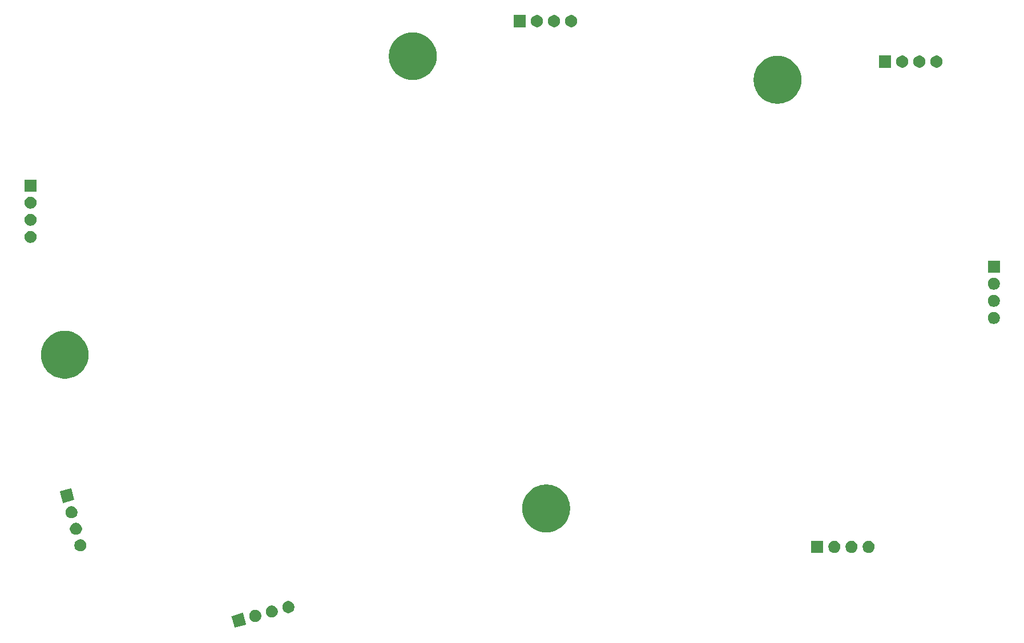
<source format=gbr>
G04 #@! TF.GenerationSoftware,KiCad,Pcbnew,9.0.2*
G04 #@! TF.CreationDate,2025-12-10T21:35:08-05:00*
G04 #@! TF.ProjectId,ThumbsUp,5468756d-6273-4557-902e-6b696361645f,rev?*
G04 #@! TF.SameCoordinates,Original*
G04 #@! TF.FileFunction,Soldermask,Bot*
G04 #@! TF.FilePolarity,Negative*
%FSLAX46Y46*%
G04 Gerber Fmt 4.6, Leading zero omitted, Abs format (unit mm)*
G04 Created by KiCad (PCBNEW 9.0.2) date 2025-12-10 21:35:08*
%MOMM*%
%LPD*%
G01*
G04 APERTURE LIST*
G04 APERTURE END LIST*
G36*
X60987937Y-213329601D02*
G01*
X61002899Y-213342721D01*
X61011700Y-213360568D01*
X61451692Y-215002642D01*
X61452994Y-215022499D01*
X61446597Y-215041341D01*
X61433477Y-215056303D01*
X61415630Y-215065104D01*
X59773556Y-215505096D01*
X59753699Y-215506398D01*
X59734857Y-215500001D01*
X59719895Y-215486881D01*
X59711094Y-215469034D01*
X59366269Y-214182129D01*
X59274287Y-213838848D01*
X59274286Y-213838846D01*
X59271102Y-213826960D01*
X59269800Y-213807103D01*
X59276197Y-213788261D01*
X59289317Y-213773299D01*
X59307164Y-213764498D01*
X60309754Y-213495855D01*
X60937349Y-213327691D01*
X60937352Y-213327690D01*
X60949238Y-213324506D01*
X60969095Y-213323204D01*
X60987937Y-213329601D01*
G37*
G36*
X63076395Y-212895198D02*
G01*
X63239577Y-212962790D01*
X63386437Y-213060919D01*
X63511331Y-213185813D01*
X63609460Y-213332673D01*
X63677052Y-213495855D01*
X63711510Y-213669088D01*
X63711510Y-213845714D01*
X63677052Y-214018947D01*
X63609460Y-214182129D01*
X63511331Y-214328989D01*
X63386437Y-214453883D01*
X63239577Y-214552012D01*
X63076395Y-214619604D01*
X62903162Y-214654062D01*
X62726536Y-214654062D01*
X62553303Y-214619604D01*
X62390121Y-214552012D01*
X62243261Y-214453883D01*
X62118367Y-214328989D01*
X62020238Y-214182129D01*
X61952646Y-214018947D01*
X61918188Y-213845714D01*
X61918188Y-213669088D01*
X61952646Y-213495855D01*
X62020238Y-213332673D01*
X62118367Y-213185813D01*
X62243261Y-213060919D01*
X62390121Y-212962790D01*
X62553303Y-212895198D01*
X62726536Y-212860740D01*
X62903162Y-212860740D01*
X63076395Y-212895198D01*
G37*
G36*
X65529846Y-212237797D02*
G01*
X65693028Y-212305389D01*
X65839888Y-212403518D01*
X65964782Y-212528412D01*
X66062911Y-212675272D01*
X66130503Y-212838454D01*
X66164961Y-213011687D01*
X66164961Y-213188313D01*
X66130503Y-213361546D01*
X66062911Y-213524728D01*
X65964782Y-213671588D01*
X65839888Y-213796482D01*
X65693028Y-213894611D01*
X65529846Y-213962203D01*
X65356613Y-213996661D01*
X65179987Y-213996661D01*
X65006754Y-213962203D01*
X64843572Y-213894611D01*
X64696712Y-213796482D01*
X64571818Y-213671588D01*
X64473689Y-213524728D01*
X64406097Y-213361546D01*
X64371639Y-213188313D01*
X64371639Y-213011687D01*
X64406097Y-212838454D01*
X64473689Y-212675272D01*
X64571818Y-212528412D01*
X64696712Y-212403518D01*
X64843572Y-212305389D01*
X65006754Y-212237797D01*
X65179987Y-212203339D01*
X65356613Y-212203339D01*
X65529846Y-212237797D01*
G37*
G36*
X67983298Y-211580397D02*
G01*
X68146480Y-211647989D01*
X68293340Y-211746118D01*
X68418234Y-211871012D01*
X68516363Y-212017872D01*
X68583955Y-212181054D01*
X68618413Y-212354287D01*
X68618413Y-212530913D01*
X68583955Y-212704146D01*
X68516363Y-212867328D01*
X68418234Y-213014188D01*
X68293340Y-213139082D01*
X68146480Y-213237211D01*
X67983298Y-213304803D01*
X67810065Y-213339261D01*
X67633439Y-213339261D01*
X67460206Y-213304803D01*
X67297024Y-213237211D01*
X67150164Y-213139082D01*
X67025270Y-213014188D01*
X66927141Y-212867328D01*
X66859549Y-212704146D01*
X66825091Y-212530913D01*
X66825091Y-212354287D01*
X66859549Y-212181054D01*
X66927141Y-212017872D01*
X67025270Y-211871012D01*
X67150164Y-211746118D01*
X67297024Y-211647989D01*
X67460206Y-211580397D01*
X67633439Y-211545939D01*
X67810065Y-211545939D01*
X67983298Y-211580397D01*
G37*
G36*
X147037817Y-202602882D02*
G01*
X147054362Y-202613938D01*
X147065418Y-202630483D01*
X147069300Y-202650000D01*
X147069300Y-204350000D01*
X147065418Y-204369517D01*
X147054362Y-204386062D01*
X147037817Y-204397118D01*
X147018300Y-204401000D01*
X145318300Y-204401000D01*
X145298783Y-204397118D01*
X145282238Y-204386062D01*
X145271182Y-204369517D01*
X145267300Y-204350000D01*
X145267300Y-202650000D01*
X145271182Y-202630483D01*
X145282238Y-202613938D01*
X145298783Y-202602882D01*
X145318300Y-202599000D01*
X147018300Y-202599000D01*
X147037817Y-202602882D01*
G37*
G36*
X148969846Y-202637797D02*
G01*
X149133028Y-202705389D01*
X149279888Y-202803518D01*
X149404782Y-202928412D01*
X149502911Y-203075272D01*
X149570503Y-203238454D01*
X149604961Y-203411687D01*
X149604961Y-203588313D01*
X149570503Y-203761546D01*
X149502911Y-203924728D01*
X149404782Y-204071588D01*
X149279888Y-204196482D01*
X149133028Y-204294611D01*
X148969846Y-204362203D01*
X148796613Y-204396661D01*
X148619987Y-204396661D01*
X148446754Y-204362203D01*
X148283572Y-204294611D01*
X148136712Y-204196482D01*
X148011818Y-204071588D01*
X147913689Y-203924728D01*
X147846097Y-203761546D01*
X147811639Y-203588313D01*
X147811639Y-203411687D01*
X147846097Y-203238454D01*
X147913689Y-203075272D01*
X148011818Y-202928412D01*
X148136712Y-202803518D01*
X148283572Y-202705389D01*
X148446754Y-202637797D01*
X148619987Y-202603339D01*
X148796613Y-202603339D01*
X148969846Y-202637797D01*
G37*
G36*
X151509846Y-202637797D02*
G01*
X151673028Y-202705389D01*
X151819888Y-202803518D01*
X151944782Y-202928412D01*
X152042911Y-203075272D01*
X152110503Y-203238454D01*
X152144961Y-203411687D01*
X152144961Y-203588313D01*
X152110503Y-203761546D01*
X152042911Y-203924728D01*
X151944782Y-204071588D01*
X151819888Y-204196482D01*
X151673028Y-204294611D01*
X151509846Y-204362203D01*
X151336613Y-204396661D01*
X151159987Y-204396661D01*
X150986754Y-204362203D01*
X150823572Y-204294611D01*
X150676712Y-204196482D01*
X150551818Y-204071588D01*
X150453689Y-203924728D01*
X150386097Y-203761546D01*
X150351639Y-203588313D01*
X150351639Y-203411687D01*
X150386097Y-203238454D01*
X150453689Y-203075272D01*
X150551818Y-202928412D01*
X150676712Y-202803518D01*
X150823572Y-202705389D01*
X150986754Y-202637797D01*
X151159987Y-202603339D01*
X151336613Y-202603339D01*
X151509846Y-202637797D01*
G37*
G36*
X154049846Y-202637797D02*
G01*
X154213028Y-202705389D01*
X154359888Y-202803518D01*
X154484782Y-202928412D01*
X154582911Y-203075272D01*
X154650503Y-203238454D01*
X154684961Y-203411687D01*
X154684961Y-203588313D01*
X154650503Y-203761546D01*
X154582911Y-203924728D01*
X154484782Y-204071588D01*
X154359888Y-204196482D01*
X154213028Y-204294611D01*
X154049846Y-204362203D01*
X153876613Y-204396661D01*
X153699987Y-204396661D01*
X153526754Y-204362203D01*
X153363572Y-204294611D01*
X153216712Y-204196482D01*
X153091818Y-204071588D01*
X152993689Y-203924728D01*
X152926097Y-203761546D01*
X152891639Y-203588313D01*
X152891639Y-203411687D01*
X152926097Y-203238454D01*
X152993689Y-203075272D01*
X153091818Y-202928412D01*
X153216712Y-202803518D01*
X153363572Y-202705389D01*
X153526754Y-202637797D01*
X153699987Y-202603339D01*
X153876613Y-202603339D01*
X154049846Y-202637797D01*
G37*
G36*
X37124670Y-202418478D02*
G01*
X37287852Y-202486070D01*
X37434712Y-202584199D01*
X37559606Y-202709093D01*
X37657735Y-202855953D01*
X37725327Y-203019135D01*
X37759785Y-203192368D01*
X37759785Y-203368994D01*
X37725327Y-203542227D01*
X37657735Y-203705409D01*
X37559606Y-203852269D01*
X37434712Y-203977163D01*
X37287852Y-204075292D01*
X37124670Y-204142884D01*
X36951437Y-204177342D01*
X36774811Y-204177342D01*
X36601578Y-204142884D01*
X36438396Y-204075292D01*
X36291536Y-203977163D01*
X36166642Y-203852269D01*
X36068513Y-203705409D01*
X36000921Y-203542227D01*
X35966463Y-203368994D01*
X35966463Y-203192368D01*
X36000921Y-203019135D01*
X36068513Y-202855953D01*
X36166642Y-202709093D01*
X36291536Y-202584199D01*
X36438396Y-202486070D01*
X36601578Y-202418478D01*
X36774811Y-202384020D01*
X36951437Y-202384020D01*
X37124670Y-202418478D01*
G37*
G36*
X36467270Y-199965026D02*
G01*
X36630452Y-200032618D01*
X36777312Y-200130747D01*
X36902206Y-200255641D01*
X37000335Y-200402501D01*
X37067927Y-200565683D01*
X37102385Y-200738916D01*
X37102385Y-200915542D01*
X37067927Y-201088775D01*
X37000335Y-201251957D01*
X36902206Y-201398817D01*
X36777312Y-201523711D01*
X36630452Y-201621840D01*
X36467270Y-201689432D01*
X36294037Y-201723890D01*
X36117411Y-201723890D01*
X35944178Y-201689432D01*
X35780996Y-201621840D01*
X35634136Y-201523711D01*
X35509242Y-201398817D01*
X35411113Y-201251957D01*
X35343521Y-201088775D01*
X35309063Y-200915542D01*
X35309063Y-200738916D01*
X35343521Y-200565683D01*
X35411113Y-200402501D01*
X35509242Y-200255641D01*
X35634136Y-200130747D01*
X35780996Y-200032618D01*
X35944178Y-199965026D01*
X36117411Y-199930568D01*
X36294037Y-199930568D01*
X36467270Y-199965026D01*
G37*
G36*
X106489340Y-194287434D02*
G01*
X106831123Y-194355419D01*
X107164596Y-194456577D01*
X107486548Y-194589934D01*
X107793879Y-194754206D01*
X108083628Y-194947810D01*
X108353006Y-195168883D01*
X108599417Y-195415294D01*
X108820490Y-195684672D01*
X109014094Y-195974421D01*
X109178366Y-196281752D01*
X109311723Y-196603704D01*
X109412881Y-196937177D01*
X109480866Y-197278960D01*
X109515023Y-197625761D01*
X109515023Y-197974239D01*
X109480866Y-198321040D01*
X109412881Y-198662823D01*
X109311723Y-198996296D01*
X109178366Y-199318248D01*
X109014094Y-199625579D01*
X108820490Y-199915328D01*
X108599417Y-200184706D01*
X108353006Y-200431117D01*
X108083628Y-200652190D01*
X107793879Y-200845794D01*
X107486548Y-201010066D01*
X107164596Y-201143423D01*
X106831123Y-201244581D01*
X106489340Y-201312566D01*
X106142539Y-201346723D01*
X105794061Y-201346723D01*
X105447260Y-201312566D01*
X105105477Y-201244581D01*
X104772004Y-201143423D01*
X104450052Y-201010066D01*
X104142721Y-200845794D01*
X103852972Y-200652190D01*
X103583594Y-200431117D01*
X103337183Y-200184706D01*
X103116110Y-199915328D01*
X102922506Y-199625579D01*
X102758234Y-199318248D01*
X102624877Y-198996296D01*
X102523719Y-198662823D01*
X102455734Y-198321040D01*
X102421577Y-197974239D01*
X102421577Y-197625761D01*
X102455734Y-197278960D01*
X102523719Y-196937177D01*
X102624877Y-196603704D01*
X102758234Y-196281752D01*
X102922506Y-195974421D01*
X103116110Y-195684672D01*
X103337183Y-195415294D01*
X103583594Y-195168883D01*
X103852972Y-194947810D01*
X104142721Y-194754206D01*
X104450052Y-194589934D01*
X104772004Y-194456577D01*
X105105477Y-194355419D01*
X105447260Y-194287434D01*
X105794061Y-194253277D01*
X106142539Y-194253277D01*
X106489340Y-194287434D01*
G37*
G36*
X35809869Y-197511575D02*
G01*
X35973051Y-197579167D01*
X36119911Y-197677296D01*
X36244805Y-197802190D01*
X36342934Y-197949050D01*
X36410526Y-198112232D01*
X36444984Y-198285465D01*
X36444984Y-198462091D01*
X36410526Y-198635324D01*
X36342934Y-198798506D01*
X36244805Y-198945366D01*
X36119911Y-199070260D01*
X35973051Y-199168389D01*
X35809869Y-199235981D01*
X35636636Y-199270439D01*
X35460010Y-199270439D01*
X35286777Y-199235981D01*
X35123595Y-199168389D01*
X34976735Y-199070260D01*
X34851841Y-198945366D01*
X34753712Y-198798506D01*
X34686120Y-198635324D01*
X34651662Y-198462091D01*
X34651662Y-198285465D01*
X34686120Y-198112232D01*
X34753712Y-197949050D01*
X34851841Y-197802190D01*
X34976735Y-197677296D01*
X35123595Y-197579167D01*
X35286777Y-197511575D01*
X35460010Y-197477117D01*
X35636636Y-197477117D01*
X35809869Y-197511575D01*
G37*
G36*
X35517463Y-194835126D02*
G01*
X35532425Y-194848246D01*
X35541226Y-194866093D01*
X35981218Y-196508167D01*
X35982520Y-196528024D01*
X35976123Y-196546866D01*
X35963003Y-196561828D01*
X35945156Y-196570629D01*
X34303082Y-197010621D01*
X34283225Y-197011923D01*
X34264383Y-197005526D01*
X34249421Y-196992406D01*
X34240620Y-196974559D01*
X33894996Y-195684672D01*
X33803813Y-195344373D01*
X33803812Y-195344371D01*
X33800628Y-195332485D01*
X33799326Y-195312628D01*
X33805723Y-195293786D01*
X33818843Y-195278824D01*
X33836690Y-195270023D01*
X34796884Y-195012739D01*
X35466875Y-194833216D01*
X35466878Y-194833215D01*
X35478764Y-194830031D01*
X35498621Y-194828729D01*
X35517463Y-194835126D01*
G37*
G36*
X35072910Y-171487434D02*
G01*
X35414693Y-171555419D01*
X35748166Y-171656577D01*
X36070118Y-171789934D01*
X36377449Y-171954206D01*
X36667198Y-172147810D01*
X36936576Y-172368883D01*
X37182987Y-172615294D01*
X37404060Y-172884672D01*
X37597664Y-173174421D01*
X37761936Y-173481752D01*
X37895293Y-173803704D01*
X37996451Y-174137177D01*
X38064436Y-174478960D01*
X38098593Y-174825761D01*
X38098593Y-175174239D01*
X38064436Y-175521040D01*
X37996451Y-175862823D01*
X37895293Y-176196296D01*
X37761936Y-176518248D01*
X37597664Y-176825579D01*
X37404060Y-177115328D01*
X37182987Y-177384706D01*
X36936576Y-177631117D01*
X36667198Y-177852190D01*
X36377449Y-178045794D01*
X36070118Y-178210066D01*
X35748166Y-178343423D01*
X35414693Y-178444581D01*
X35072910Y-178512566D01*
X34726109Y-178546723D01*
X34377631Y-178546723D01*
X34030830Y-178512566D01*
X33689047Y-178444581D01*
X33355574Y-178343423D01*
X33033622Y-178210066D01*
X32726291Y-178045794D01*
X32436542Y-177852190D01*
X32167164Y-177631117D01*
X31920753Y-177384706D01*
X31699680Y-177115328D01*
X31506076Y-176825579D01*
X31341804Y-176518248D01*
X31208447Y-176196296D01*
X31107289Y-175862823D01*
X31039304Y-175521040D01*
X31005147Y-175174239D01*
X31005147Y-174825761D01*
X31039304Y-174478960D01*
X31107289Y-174137177D01*
X31208447Y-173803704D01*
X31341804Y-173481752D01*
X31506076Y-173174421D01*
X31699680Y-172884672D01*
X31920753Y-172615294D01*
X32167164Y-172368883D01*
X32436542Y-172147810D01*
X32726291Y-171954206D01*
X33033622Y-171789934D01*
X33355574Y-171656577D01*
X33689047Y-171555419D01*
X34030830Y-171487434D01*
X34377631Y-171453277D01*
X34726109Y-171453277D01*
X35072910Y-171487434D01*
G37*
G36*
X172629846Y-168677797D02*
G01*
X172793028Y-168745389D01*
X172939888Y-168843518D01*
X173064782Y-168968412D01*
X173162911Y-169115272D01*
X173230503Y-169278454D01*
X173264961Y-169451687D01*
X173264961Y-169628313D01*
X173230503Y-169801546D01*
X173162911Y-169964728D01*
X173064782Y-170111588D01*
X172939888Y-170236482D01*
X172793028Y-170334611D01*
X172629846Y-170402203D01*
X172456613Y-170436661D01*
X172279987Y-170436661D01*
X172106754Y-170402203D01*
X171943572Y-170334611D01*
X171796712Y-170236482D01*
X171671818Y-170111588D01*
X171573689Y-169964728D01*
X171506097Y-169801546D01*
X171471639Y-169628313D01*
X171471639Y-169451687D01*
X171506097Y-169278454D01*
X171573689Y-169115272D01*
X171671818Y-168968412D01*
X171796712Y-168843518D01*
X171943572Y-168745389D01*
X172106754Y-168677797D01*
X172279987Y-168643339D01*
X172456613Y-168643339D01*
X172629846Y-168677797D01*
G37*
G36*
X172629846Y-166137797D02*
G01*
X172793028Y-166205389D01*
X172939888Y-166303518D01*
X173064782Y-166428412D01*
X173162911Y-166575272D01*
X173230503Y-166738454D01*
X173264961Y-166911687D01*
X173264961Y-167088313D01*
X173230503Y-167261546D01*
X173162911Y-167424728D01*
X173064782Y-167571588D01*
X172939888Y-167696482D01*
X172793028Y-167794611D01*
X172629846Y-167862203D01*
X172456613Y-167896661D01*
X172279987Y-167896661D01*
X172106754Y-167862203D01*
X171943572Y-167794611D01*
X171796712Y-167696482D01*
X171671818Y-167571588D01*
X171573689Y-167424728D01*
X171506097Y-167261546D01*
X171471639Y-167088313D01*
X171471639Y-166911687D01*
X171506097Y-166738454D01*
X171573689Y-166575272D01*
X171671818Y-166428412D01*
X171796712Y-166303518D01*
X171943572Y-166205389D01*
X172106754Y-166137797D01*
X172279987Y-166103339D01*
X172456613Y-166103339D01*
X172629846Y-166137797D01*
G37*
G36*
X172629846Y-163597797D02*
G01*
X172793028Y-163665389D01*
X172939888Y-163763518D01*
X173064782Y-163888412D01*
X173162911Y-164035272D01*
X173230503Y-164198454D01*
X173264961Y-164371687D01*
X173264961Y-164548313D01*
X173230503Y-164721546D01*
X173162911Y-164884728D01*
X173064782Y-165031588D01*
X172939888Y-165156482D01*
X172793028Y-165254611D01*
X172629846Y-165322203D01*
X172456613Y-165356661D01*
X172279987Y-165356661D01*
X172106754Y-165322203D01*
X171943572Y-165254611D01*
X171796712Y-165156482D01*
X171671818Y-165031588D01*
X171573689Y-164884728D01*
X171506097Y-164721546D01*
X171471639Y-164548313D01*
X171471639Y-164371687D01*
X171506097Y-164198454D01*
X171573689Y-164035272D01*
X171671818Y-163888412D01*
X171796712Y-163763518D01*
X171943572Y-163665389D01*
X172106754Y-163597797D01*
X172279987Y-163563339D01*
X172456613Y-163563339D01*
X172629846Y-163597797D01*
G37*
G36*
X173237817Y-161022882D02*
G01*
X173254362Y-161033938D01*
X173265418Y-161050483D01*
X173269300Y-161070000D01*
X173269300Y-162770000D01*
X173265418Y-162789517D01*
X173254362Y-162806062D01*
X173237817Y-162817118D01*
X173218300Y-162821000D01*
X171518300Y-162821000D01*
X171498783Y-162817118D01*
X171482238Y-162806062D01*
X171471182Y-162789517D01*
X171467300Y-162770000D01*
X171467300Y-161070000D01*
X171471182Y-161050483D01*
X171482238Y-161033938D01*
X171498783Y-161022882D01*
X171518300Y-161019000D01*
X173218300Y-161019000D01*
X173237817Y-161022882D01*
G37*
G36*
X29729846Y-156657797D02*
G01*
X29893028Y-156725389D01*
X30039888Y-156823518D01*
X30164782Y-156948412D01*
X30262911Y-157095272D01*
X30330503Y-157258454D01*
X30364961Y-157431687D01*
X30364961Y-157608313D01*
X30330503Y-157781546D01*
X30262911Y-157944728D01*
X30164782Y-158091588D01*
X30039888Y-158216482D01*
X29893028Y-158314611D01*
X29729846Y-158382203D01*
X29556613Y-158416661D01*
X29379987Y-158416661D01*
X29206754Y-158382203D01*
X29043572Y-158314611D01*
X28896712Y-158216482D01*
X28771818Y-158091588D01*
X28673689Y-157944728D01*
X28606097Y-157781546D01*
X28571639Y-157608313D01*
X28571639Y-157431687D01*
X28606097Y-157258454D01*
X28673689Y-157095272D01*
X28771818Y-156948412D01*
X28896712Y-156823518D01*
X29043572Y-156725389D01*
X29206754Y-156657797D01*
X29379987Y-156623339D01*
X29556613Y-156623339D01*
X29729846Y-156657797D01*
G37*
G36*
X29729846Y-154117797D02*
G01*
X29893028Y-154185389D01*
X30039888Y-154283518D01*
X30164782Y-154408412D01*
X30262911Y-154555272D01*
X30330503Y-154718454D01*
X30364961Y-154891687D01*
X30364961Y-155068313D01*
X30330503Y-155241546D01*
X30262911Y-155404728D01*
X30164782Y-155551588D01*
X30039888Y-155676482D01*
X29893028Y-155774611D01*
X29729846Y-155842203D01*
X29556613Y-155876661D01*
X29379987Y-155876661D01*
X29206754Y-155842203D01*
X29043572Y-155774611D01*
X28896712Y-155676482D01*
X28771818Y-155551588D01*
X28673689Y-155404728D01*
X28606097Y-155241546D01*
X28571639Y-155068313D01*
X28571639Y-154891687D01*
X28606097Y-154718454D01*
X28673689Y-154555272D01*
X28771818Y-154408412D01*
X28896712Y-154283518D01*
X29043572Y-154185389D01*
X29206754Y-154117797D01*
X29379987Y-154083339D01*
X29556613Y-154083339D01*
X29729846Y-154117797D01*
G37*
G36*
X29729846Y-151577797D02*
G01*
X29893028Y-151645389D01*
X30039888Y-151743518D01*
X30164782Y-151868412D01*
X30262911Y-152015272D01*
X30330503Y-152178454D01*
X30364961Y-152351687D01*
X30364961Y-152528313D01*
X30330503Y-152701546D01*
X30262911Y-152864728D01*
X30164782Y-153011588D01*
X30039888Y-153136482D01*
X29893028Y-153234611D01*
X29729846Y-153302203D01*
X29556613Y-153336661D01*
X29379987Y-153336661D01*
X29206754Y-153302203D01*
X29043572Y-153234611D01*
X28896712Y-153136482D01*
X28771818Y-153011588D01*
X28673689Y-152864728D01*
X28606097Y-152701546D01*
X28571639Y-152528313D01*
X28571639Y-152351687D01*
X28606097Y-152178454D01*
X28673689Y-152015272D01*
X28771818Y-151868412D01*
X28896712Y-151743518D01*
X29043572Y-151645389D01*
X29206754Y-151577797D01*
X29379987Y-151543339D01*
X29556613Y-151543339D01*
X29729846Y-151577797D01*
G37*
G36*
X30337817Y-149002882D02*
G01*
X30354362Y-149013938D01*
X30365418Y-149030483D01*
X30369300Y-149050000D01*
X30369300Y-150750000D01*
X30365418Y-150769517D01*
X30354362Y-150786062D01*
X30337817Y-150797118D01*
X30318300Y-150801000D01*
X28618300Y-150801000D01*
X28598783Y-150797118D01*
X28582238Y-150786062D01*
X28571182Y-150769517D01*
X28567300Y-150750000D01*
X28567300Y-149050000D01*
X28571182Y-149030483D01*
X28582238Y-149013938D01*
X28598783Y-149002882D01*
X28618300Y-148999000D01*
X30318300Y-148999000D01*
X30337817Y-149002882D01*
G37*
G36*
X140789340Y-130687434D02*
G01*
X141131123Y-130755419D01*
X141464596Y-130856577D01*
X141786548Y-130989934D01*
X142093879Y-131154206D01*
X142383628Y-131347810D01*
X142653006Y-131568883D01*
X142899417Y-131815294D01*
X143120490Y-132084672D01*
X143314094Y-132374421D01*
X143478366Y-132681752D01*
X143611723Y-133003704D01*
X143712881Y-133337177D01*
X143780866Y-133678960D01*
X143815023Y-134025761D01*
X143815023Y-134374239D01*
X143780866Y-134721040D01*
X143712881Y-135062823D01*
X143611723Y-135396296D01*
X143478366Y-135718248D01*
X143314094Y-136025579D01*
X143120490Y-136315328D01*
X142899417Y-136584706D01*
X142653006Y-136831117D01*
X142383628Y-137052190D01*
X142093879Y-137245794D01*
X141786548Y-137410066D01*
X141464596Y-137543423D01*
X141131123Y-137644581D01*
X140789340Y-137712566D01*
X140442539Y-137746723D01*
X140094061Y-137746723D01*
X139747260Y-137712566D01*
X139405477Y-137644581D01*
X139072004Y-137543423D01*
X138750052Y-137410066D01*
X138442721Y-137245794D01*
X138152972Y-137052190D01*
X137883594Y-136831117D01*
X137637183Y-136584706D01*
X137416110Y-136315328D01*
X137222506Y-136025579D01*
X137058234Y-135718248D01*
X136924877Y-135396296D01*
X136823719Y-135062823D01*
X136755734Y-134721040D01*
X136721577Y-134374239D01*
X136721577Y-134025761D01*
X136755734Y-133678960D01*
X136823719Y-133337177D01*
X136924877Y-133003704D01*
X137058234Y-132681752D01*
X137222506Y-132374421D01*
X137416110Y-132084672D01*
X137637183Y-131815294D01*
X137883594Y-131568883D01*
X138152972Y-131347810D01*
X138442721Y-131154206D01*
X138750052Y-130989934D01*
X139072004Y-130856577D01*
X139405477Y-130755419D01*
X139747260Y-130687434D01*
X140094061Y-130653277D01*
X140442539Y-130653277D01*
X140789340Y-130687434D01*
G37*
G36*
X86689340Y-127187434D02*
G01*
X87031123Y-127255419D01*
X87364596Y-127356577D01*
X87686548Y-127489934D01*
X87993879Y-127654206D01*
X88283628Y-127847810D01*
X88553006Y-128068883D01*
X88799417Y-128315294D01*
X89020490Y-128584672D01*
X89214094Y-128874421D01*
X89378366Y-129181752D01*
X89511723Y-129503704D01*
X89612881Y-129837177D01*
X89680866Y-130178960D01*
X89715023Y-130525761D01*
X89715023Y-130874239D01*
X89680866Y-131221040D01*
X89612881Y-131562823D01*
X89511723Y-131896296D01*
X89378366Y-132218248D01*
X89214094Y-132525579D01*
X89020490Y-132815328D01*
X88799417Y-133084706D01*
X88553006Y-133331117D01*
X88283628Y-133552190D01*
X87993879Y-133745794D01*
X87686548Y-133910066D01*
X87364596Y-134043423D01*
X87031123Y-134144581D01*
X86689340Y-134212566D01*
X86342539Y-134246723D01*
X85994061Y-134246723D01*
X85647260Y-134212566D01*
X85305477Y-134144581D01*
X84972004Y-134043423D01*
X84650052Y-133910066D01*
X84342721Y-133745794D01*
X84052972Y-133552190D01*
X83783594Y-133331117D01*
X83537183Y-133084706D01*
X83316110Y-132815328D01*
X83122506Y-132525579D01*
X82958234Y-132218248D01*
X82824877Y-131896296D01*
X82723719Y-131562823D01*
X82655734Y-131221040D01*
X82621577Y-130874239D01*
X82621577Y-130525761D01*
X82655734Y-130178960D01*
X82723719Y-129837177D01*
X82824877Y-129503704D01*
X82958234Y-129181752D01*
X83122506Y-128874421D01*
X83316110Y-128584672D01*
X83537183Y-128315294D01*
X83783594Y-128068883D01*
X84052972Y-127847810D01*
X84342721Y-127654206D01*
X84650052Y-127489934D01*
X84972004Y-127356577D01*
X85305477Y-127255419D01*
X85647260Y-127187434D01*
X85994061Y-127153277D01*
X86342539Y-127153277D01*
X86689340Y-127187434D01*
G37*
G36*
X157107817Y-130602882D02*
G01*
X157124362Y-130613938D01*
X157135418Y-130630483D01*
X157139300Y-130650000D01*
X157139300Y-132350000D01*
X157135418Y-132369517D01*
X157124362Y-132386062D01*
X157107817Y-132397118D01*
X157088300Y-132401000D01*
X155388300Y-132401000D01*
X155368783Y-132397118D01*
X155352238Y-132386062D01*
X155341182Y-132369517D01*
X155337300Y-132350000D01*
X155337300Y-130650000D01*
X155341182Y-130630483D01*
X155352238Y-130613938D01*
X155368783Y-130602882D01*
X155388300Y-130599000D01*
X157088300Y-130599000D01*
X157107817Y-130602882D01*
G37*
G36*
X159039846Y-130637797D02*
G01*
X159203028Y-130705389D01*
X159349888Y-130803518D01*
X159474782Y-130928412D01*
X159572911Y-131075272D01*
X159640503Y-131238454D01*
X159674961Y-131411687D01*
X159674961Y-131588313D01*
X159640503Y-131761546D01*
X159572911Y-131924728D01*
X159474782Y-132071588D01*
X159349888Y-132196482D01*
X159203028Y-132294611D01*
X159039846Y-132362203D01*
X158866613Y-132396661D01*
X158689987Y-132396661D01*
X158516754Y-132362203D01*
X158353572Y-132294611D01*
X158206712Y-132196482D01*
X158081818Y-132071588D01*
X157983689Y-131924728D01*
X157916097Y-131761546D01*
X157881639Y-131588313D01*
X157881639Y-131411687D01*
X157916097Y-131238454D01*
X157983689Y-131075272D01*
X158081818Y-130928412D01*
X158206712Y-130803518D01*
X158353572Y-130705389D01*
X158516754Y-130637797D01*
X158689987Y-130603339D01*
X158866613Y-130603339D01*
X159039846Y-130637797D01*
G37*
G36*
X161579846Y-130637797D02*
G01*
X161743028Y-130705389D01*
X161889888Y-130803518D01*
X162014782Y-130928412D01*
X162112911Y-131075272D01*
X162180503Y-131238454D01*
X162214961Y-131411687D01*
X162214961Y-131588313D01*
X162180503Y-131761546D01*
X162112911Y-131924728D01*
X162014782Y-132071588D01*
X161889888Y-132196482D01*
X161743028Y-132294611D01*
X161579846Y-132362203D01*
X161406613Y-132396661D01*
X161229987Y-132396661D01*
X161056754Y-132362203D01*
X160893572Y-132294611D01*
X160746712Y-132196482D01*
X160621818Y-132071588D01*
X160523689Y-131924728D01*
X160456097Y-131761546D01*
X160421639Y-131588313D01*
X160421639Y-131411687D01*
X160456097Y-131238454D01*
X160523689Y-131075272D01*
X160621818Y-130928412D01*
X160746712Y-130803518D01*
X160893572Y-130705389D01*
X161056754Y-130637797D01*
X161229987Y-130603339D01*
X161406613Y-130603339D01*
X161579846Y-130637797D01*
G37*
G36*
X164119846Y-130637797D02*
G01*
X164283028Y-130705389D01*
X164429888Y-130803518D01*
X164554782Y-130928412D01*
X164652911Y-131075272D01*
X164720503Y-131238454D01*
X164754961Y-131411687D01*
X164754961Y-131588313D01*
X164720503Y-131761546D01*
X164652911Y-131924728D01*
X164554782Y-132071588D01*
X164429888Y-132196482D01*
X164283028Y-132294611D01*
X164119846Y-132362203D01*
X163946613Y-132396661D01*
X163769987Y-132396661D01*
X163596754Y-132362203D01*
X163433572Y-132294611D01*
X163286712Y-132196482D01*
X163161818Y-132071588D01*
X163063689Y-131924728D01*
X162996097Y-131761546D01*
X162961639Y-131588313D01*
X162961639Y-131411687D01*
X162996097Y-131238454D01*
X163063689Y-131075272D01*
X163161818Y-130928412D01*
X163286712Y-130803518D01*
X163433572Y-130705389D01*
X163596754Y-130637797D01*
X163769987Y-130603339D01*
X163946613Y-130603339D01*
X164119846Y-130637797D01*
G37*
G36*
X102917817Y-124602882D02*
G01*
X102934362Y-124613938D01*
X102945418Y-124630483D01*
X102949300Y-124650000D01*
X102949300Y-126350000D01*
X102945418Y-126369517D01*
X102934362Y-126386062D01*
X102917817Y-126397118D01*
X102898300Y-126401000D01*
X101198300Y-126401000D01*
X101178783Y-126397118D01*
X101162238Y-126386062D01*
X101151182Y-126369517D01*
X101147300Y-126350000D01*
X101147300Y-124650000D01*
X101151182Y-124630483D01*
X101162238Y-124613938D01*
X101178783Y-124602882D01*
X101198300Y-124599000D01*
X102898300Y-124599000D01*
X102917817Y-124602882D01*
G37*
G36*
X104849846Y-124637797D02*
G01*
X105013028Y-124705389D01*
X105159888Y-124803518D01*
X105284782Y-124928412D01*
X105382911Y-125075272D01*
X105450503Y-125238454D01*
X105484961Y-125411687D01*
X105484961Y-125588313D01*
X105450503Y-125761546D01*
X105382911Y-125924728D01*
X105284782Y-126071588D01*
X105159888Y-126196482D01*
X105013028Y-126294611D01*
X104849846Y-126362203D01*
X104676613Y-126396661D01*
X104499987Y-126396661D01*
X104326754Y-126362203D01*
X104163572Y-126294611D01*
X104016712Y-126196482D01*
X103891818Y-126071588D01*
X103793689Y-125924728D01*
X103726097Y-125761546D01*
X103691639Y-125588313D01*
X103691639Y-125411687D01*
X103726097Y-125238454D01*
X103793689Y-125075272D01*
X103891818Y-124928412D01*
X104016712Y-124803518D01*
X104163572Y-124705389D01*
X104326754Y-124637797D01*
X104499987Y-124603339D01*
X104676613Y-124603339D01*
X104849846Y-124637797D01*
G37*
G36*
X107389846Y-124637797D02*
G01*
X107553028Y-124705389D01*
X107699888Y-124803518D01*
X107824782Y-124928412D01*
X107922911Y-125075272D01*
X107990503Y-125238454D01*
X108024961Y-125411687D01*
X108024961Y-125588313D01*
X107990503Y-125761546D01*
X107922911Y-125924728D01*
X107824782Y-126071588D01*
X107699888Y-126196482D01*
X107553028Y-126294611D01*
X107389846Y-126362203D01*
X107216613Y-126396661D01*
X107039987Y-126396661D01*
X106866754Y-126362203D01*
X106703572Y-126294611D01*
X106556712Y-126196482D01*
X106431818Y-126071588D01*
X106333689Y-125924728D01*
X106266097Y-125761546D01*
X106231639Y-125588313D01*
X106231639Y-125411687D01*
X106266097Y-125238454D01*
X106333689Y-125075272D01*
X106431818Y-124928412D01*
X106556712Y-124803518D01*
X106703572Y-124705389D01*
X106866754Y-124637797D01*
X107039987Y-124603339D01*
X107216613Y-124603339D01*
X107389846Y-124637797D01*
G37*
G36*
X109929846Y-124637797D02*
G01*
X110093028Y-124705389D01*
X110239888Y-124803518D01*
X110364782Y-124928412D01*
X110462911Y-125075272D01*
X110530503Y-125238454D01*
X110564961Y-125411687D01*
X110564961Y-125588313D01*
X110530503Y-125761546D01*
X110462911Y-125924728D01*
X110364782Y-126071588D01*
X110239888Y-126196482D01*
X110093028Y-126294611D01*
X109929846Y-126362203D01*
X109756613Y-126396661D01*
X109579987Y-126396661D01*
X109406754Y-126362203D01*
X109243572Y-126294611D01*
X109096712Y-126196482D01*
X108971818Y-126071588D01*
X108873689Y-125924728D01*
X108806097Y-125761546D01*
X108771639Y-125588313D01*
X108771639Y-125411687D01*
X108806097Y-125238454D01*
X108873689Y-125075272D01*
X108971818Y-124928412D01*
X109096712Y-124803518D01*
X109243572Y-124705389D01*
X109406754Y-124637797D01*
X109579987Y-124603339D01*
X109756613Y-124603339D01*
X109929846Y-124637797D01*
G37*
M02*

</source>
